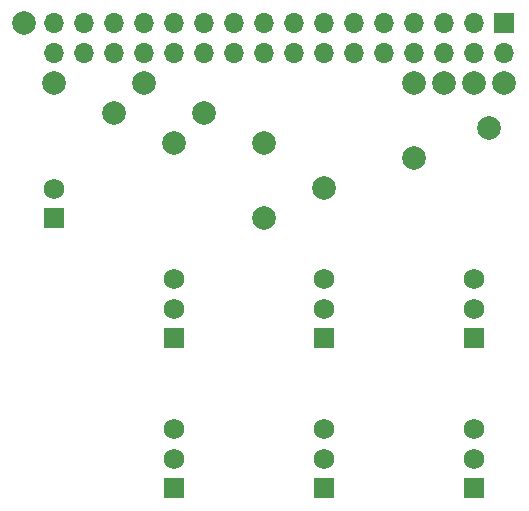
<source format=gbr>
G04 #@! TF.FileFunction,Soldermask,Top*
%FSLAX46Y46*%
G04 Gerber Fmt 4.6, Leading zero omitted, Abs format (unit mm)*
G04 Created by KiCad (PCBNEW 4.0.6-e0-6349~52~ubuntu16.10.1) date Tue Jul 11 23:35:05 2017*
%MOMM*%
%LPD*%
G01*
G04 APERTURE LIST*
%ADD10C,0.100000*%
%ADD11R,1.750000X1.750000*%
%ADD12C,1.750000*%
%ADD13R,1.700000X1.700000*%
%ADD14O,1.700000X1.700000*%
%ADD15C,2.000000*%
G04 APERTURE END LIST*
D10*
D11*
X3810000Y-10160000D03*
D12*
X3810000Y-7660000D03*
X3810000Y-5160000D03*
D13*
X19050000Y16510000D03*
D14*
X19050000Y13970000D03*
X16510000Y16510000D03*
X16510000Y13970000D03*
X13970000Y16510000D03*
X13970000Y13970000D03*
X11430000Y16510000D03*
X11430000Y13970000D03*
X8890000Y16510000D03*
X8890000Y13970000D03*
X6350000Y16510000D03*
X6350000Y13970000D03*
X3810000Y16510000D03*
X3810000Y13970000D03*
X1270000Y16510000D03*
X1270000Y13970000D03*
X-1270000Y16510000D03*
X-1270000Y13970000D03*
X-3810000Y16510000D03*
X-3810000Y13970000D03*
X-6350000Y16510000D03*
X-6350000Y13970000D03*
X-8890000Y16510000D03*
X-8890000Y13970000D03*
X-11430000Y16510000D03*
X-11430000Y13970000D03*
X-13970000Y16510000D03*
X-13970000Y13970000D03*
X-16510000Y16510000D03*
X-16510000Y13970000D03*
X-19050000Y16510000D03*
X-19050000Y13970000D03*
D11*
X-19050000Y0D03*
D12*
X-19050000Y2500000D03*
D11*
X16510000Y-10160000D03*
D12*
X16510000Y-7660000D03*
X16510000Y-5160000D03*
D11*
X16510000Y-22860000D03*
D12*
X16510000Y-20360000D03*
X16510000Y-17860000D03*
D11*
X3810000Y-22860000D03*
D12*
X3810000Y-20360000D03*
X3810000Y-17860000D03*
D11*
X-8890000Y-10160000D03*
D12*
X-8890000Y-7660000D03*
X-8890000Y-5160000D03*
D11*
X-8890000Y-22860000D03*
D12*
X-8890000Y-20360000D03*
X-8890000Y-17860000D03*
D15*
X17780000Y7620000D03*
X19050000Y11430000D03*
X11430000Y5080000D03*
X16510000Y11430000D03*
X3810000Y2540000D03*
X13970000Y11430000D03*
X-1270000Y0D03*
X11430000Y11430000D03*
X-8890000Y6350000D03*
X-1270000Y6350000D03*
X-13970000Y8890000D03*
X-6350000Y8890000D03*
X-19050000Y11430000D03*
X-11430000Y11430000D03*
X-21590000Y16510000D03*
M02*

</source>
